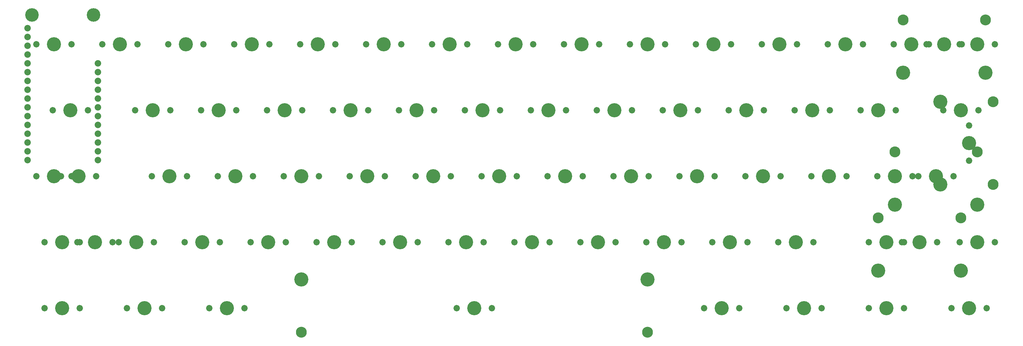
<source format=gbr>
%TF.GenerationSoftware,KiCad,Pcbnew,(5.1.6)-1*%
%TF.CreationDate,2020-11-16T00:09:50-08:00*%
%TF.ProjectId,Wireless-Keyboard,57697265-6c65-4737-932d-4b6579626f61,rev?*%
%TF.SameCoordinates,Original*%
%TF.FileFunction,Soldermask,Top*%
%TF.FilePolarity,Negative*%
%FSLAX46Y46*%
G04 Gerber Fmt 4.6, Leading zero omitted, Abs format (unit mm)*
G04 Created by KiCad (PCBNEW (5.1.6)-1) date 2020-11-16 00:09:50*
%MOMM*%
%LPD*%
G01*
G04 APERTURE LIST*
%ADD10C,3.910000*%
%ADD11C,1.878000*%
%ADD12C,4.087800*%
%ADD13C,1.850000*%
%ADD14C,3.148000*%
G04 APERTURE END LIST*
D10*
%TO.C,MS1*%
X43540000Y-101540000D03*
X61320000Y-101540000D03*
D11*
X62590000Y-115510000D03*
X62590000Y-118050000D03*
X62590000Y-120590000D03*
X62590000Y-123130000D03*
X62590000Y-125670000D03*
X62590000Y-128210000D03*
X62590000Y-130750000D03*
X62590000Y-133290000D03*
X62590000Y-135830000D03*
X62590000Y-138370000D03*
X62590000Y-140910000D03*
X62590000Y-143450000D03*
X42270000Y-143450000D03*
X42270000Y-140910000D03*
X42270000Y-138370000D03*
X42270000Y-135830000D03*
X42270000Y-133290000D03*
X42270000Y-130750000D03*
X42270000Y-128210000D03*
X42270000Y-125670000D03*
X42270000Y-123130000D03*
X42270000Y-120590000D03*
X42270000Y-118050000D03*
X42270000Y-115510000D03*
X42270000Y-112970000D03*
X42270000Y-110430000D03*
X42270000Y-107890000D03*
X42270000Y-105350000D03*
%TD*%
D12*
%TO.C,MX66*%
X171300000Y-186200000D03*
D13*
X166220000Y-186200000D03*
X176380000Y-186200000D03*
D14*
X121300100Y-193185000D03*
X221299900Y-193185000D03*
D12*
X121300100Y-177945000D03*
X221299900Y-177945000D03*
%TD*%
%TO.C,MX69*%
X290362500Y-186200000D03*
D13*
X285282500Y-186200000D03*
X295442500Y-186200000D03*
%TD*%
D12*
%TO.C,MX48*%
X61762500Y-167150000D03*
D13*
X56682500Y-167150000D03*
X66842500Y-167150000D03*
%TD*%
D12*
%TO.C,MX17*%
X54618750Y-129050000D03*
D13*
X49538750Y-129050000D03*
X59698750Y-129050000D03*
%TD*%
D12*
%TO.C,MX31*%
X49856250Y-148100000D03*
D13*
X44776250Y-148100000D03*
X54936250Y-148100000D03*
%TD*%
D12*
%TO.C,MX45*%
X304650000Y-148100000D03*
D13*
X299570000Y-148100000D03*
X309730000Y-148100000D03*
D14*
X292743750Y-141115000D03*
X316556250Y-141115000D03*
D12*
X292743750Y-156355000D03*
X316556250Y-156355000D03*
%TD*%
%TO.C,MX44*%
X292743750Y-148100000D03*
D13*
X287663750Y-148100000D03*
X297823750Y-148100000D03*
%TD*%
D12*
%TO.C,MX70*%
X314175000Y-186200000D03*
D13*
X309095000Y-186200000D03*
X319255000Y-186200000D03*
%TD*%
D12*
%TO.C,MX68*%
X266550000Y-186200000D03*
D13*
X261470000Y-186200000D03*
X271630000Y-186200000D03*
%TD*%
D12*
%TO.C,MX67*%
X242737500Y-186200000D03*
D13*
X237657500Y-186200000D03*
X247817500Y-186200000D03*
%TD*%
D12*
%TO.C,MX65*%
X99862500Y-186200000D03*
D13*
X94782500Y-186200000D03*
X104942500Y-186200000D03*
%TD*%
D12*
%TO.C,MX64*%
X76050000Y-186200000D03*
D13*
X70970000Y-186200000D03*
X81130000Y-186200000D03*
%TD*%
D12*
%TO.C,MX63*%
X52237500Y-186200000D03*
D13*
X47157500Y-186200000D03*
X57317500Y-186200000D03*
%TD*%
D12*
%TO.C,MX62*%
X316556250Y-167150000D03*
D13*
X311476250Y-167150000D03*
X321636250Y-167150000D03*
%TD*%
D12*
%TO.C,MX61*%
X290362500Y-167150000D03*
D13*
X285282500Y-167150000D03*
X295442500Y-167150000D03*
%TD*%
D12*
%TO.C,MX60*%
X299887500Y-167150000D03*
D13*
X294807500Y-167150000D03*
X304967500Y-167150000D03*
D14*
X287981250Y-160165000D03*
X311793750Y-160165000D03*
D12*
X287981250Y-175405000D03*
X311793750Y-175405000D03*
%TD*%
%TO.C,MX59*%
X264168750Y-167150000D03*
D13*
X259088750Y-167150000D03*
X269248750Y-167150000D03*
%TD*%
D12*
%TO.C,MX58*%
X245118750Y-167150000D03*
D13*
X240038750Y-167150000D03*
X250198750Y-167150000D03*
%TD*%
D12*
%TO.C,MX57*%
X226068750Y-167150000D03*
D13*
X220988750Y-167150000D03*
X231148750Y-167150000D03*
%TD*%
D12*
%TO.C,MX56*%
X207018750Y-167150000D03*
D13*
X201938750Y-167150000D03*
X212098750Y-167150000D03*
%TD*%
D12*
%TO.C,MX55*%
X187968750Y-167150000D03*
D13*
X182888750Y-167150000D03*
X193048750Y-167150000D03*
%TD*%
D12*
%TO.C,MX54*%
X168918750Y-167150000D03*
D13*
X163838750Y-167150000D03*
X173998750Y-167150000D03*
%TD*%
D12*
%TO.C,MX53*%
X149868750Y-167150000D03*
D13*
X144788750Y-167150000D03*
X154948750Y-167150000D03*
%TD*%
D12*
%TO.C,MX52*%
X130818750Y-167150000D03*
D13*
X125738750Y-167150000D03*
X135898750Y-167150000D03*
%TD*%
D12*
%TO.C,MX51*%
X111768750Y-167150000D03*
D13*
X106688750Y-167150000D03*
X116848750Y-167150000D03*
%TD*%
D12*
%TO.C,MX50*%
X92718750Y-167150000D03*
D13*
X87638750Y-167150000D03*
X97798750Y-167150000D03*
%TD*%
D12*
%TO.C,MX49*%
X73668750Y-167150000D03*
D13*
X68588750Y-167150000D03*
X78748750Y-167150000D03*
%TD*%
D12*
%TO.C,MX47*%
X52237500Y-167150000D03*
D13*
X47157500Y-167150000D03*
X57317500Y-167150000D03*
%TD*%
D12*
%TO.C,MX46*%
X305920000Y-126637000D03*
X305920000Y-150513000D03*
D14*
X321160000Y-126637000D03*
X321160000Y-150513000D03*
D13*
X314175000Y-143655000D03*
X314175000Y-133495000D03*
D12*
X314175000Y-138575000D03*
%TD*%
%TO.C,MX43*%
X273693750Y-148100000D03*
D13*
X268613750Y-148100000D03*
X278773750Y-148100000D03*
%TD*%
D12*
%TO.C,MX42*%
X254643750Y-148100000D03*
D13*
X249563750Y-148100000D03*
X259723750Y-148100000D03*
%TD*%
D12*
%TO.C,MX41*%
X235593750Y-148100000D03*
D13*
X230513750Y-148100000D03*
X240673750Y-148100000D03*
%TD*%
D12*
%TO.C,MX40*%
X216543750Y-148100000D03*
D13*
X211463750Y-148100000D03*
X221623750Y-148100000D03*
%TD*%
D12*
%TO.C,MX39*%
X197493750Y-148100000D03*
D13*
X192413750Y-148100000D03*
X202573750Y-148100000D03*
%TD*%
D12*
%TO.C,MX38*%
X178443750Y-148100000D03*
D13*
X173363750Y-148100000D03*
X183523750Y-148100000D03*
%TD*%
D12*
%TO.C,MX37*%
X159393750Y-148100000D03*
D13*
X154313750Y-148100000D03*
X164473750Y-148100000D03*
%TD*%
D12*
%TO.C,MX36*%
X140343750Y-148100000D03*
D13*
X135263750Y-148100000D03*
X145423750Y-148100000D03*
%TD*%
D12*
%TO.C,MX35*%
X121293750Y-148100000D03*
D13*
X116213750Y-148100000D03*
X126373750Y-148100000D03*
%TD*%
D12*
%TO.C,MX34*%
X102243750Y-148100000D03*
D13*
X97163750Y-148100000D03*
X107323750Y-148100000D03*
%TD*%
D12*
%TO.C,MX33*%
X83193750Y-148100000D03*
D13*
X78113750Y-148100000D03*
X88273750Y-148100000D03*
%TD*%
D12*
%TO.C,MX32*%
X57000000Y-148100000D03*
D13*
X51920000Y-148100000D03*
X62080000Y-148100000D03*
%TD*%
D12*
%TO.C,MX30*%
X311793750Y-129050000D03*
D13*
X306713750Y-129050000D03*
X316873750Y-129050000D03*
%TD*%
D12*
%TO.C,MX29*%
X287981250Y-129050000D03*
D13*
X282901250Y-129050000D03*
X293061250Y-129050000D03*
%TD*%
D12*
%TO.C,MX28*%
X268931250Y-129050000D03*
D13*
X263851250Y-129050000D03*
X274011250Y-129050000D03*
%TD*%
D12*
%TO.C,MX27*%
X249881250Y-129050000D03*
D13*
X244801250Y-129050000D03*
X254961250Y-129050000D03*
%TD*%
D12*
%TO.C,MX26*%
X230831250Y-129050000D03*
D13*
X225751250Y-129050000D03*
X235911250Y-129050000D03*
%TD*%
D12*
%TO.C,MX25*%
X211781250Y-129050000D03*
D13*
X206701250Y-129050000D03*
X216861250Y-129050000D03*
%TD*%
D12*
%TO.C,MX24*%
X192731250Y-129050000D03*
D13*
X187651250Y-129050000D03*
X197811250Y-129050000D03*
%TD*%
D12*
%TO.C,MX23*%
X173681250Y-129050000D03*
D13*
X168601250Y-129050000D03*
X178761250Y-129050000D03*
%TD*%
D12*
%TO.C,MX22*%
X154631250Y-129050000D03*
D13*
X149551250Y-129050000D03*
X159711250Y-129050000D03*
%TD*%
D12*
%TO.C,MX21*%
X135581250Y-129050000D03*
D13*
X130501250Y-129050000D03*
X140661250Y-129050000D03*
%TD*%
D12*
%TO.C,MX20*%
X116531250Y-129050000D03*
D13*
X111451250Y-129050000D03*
X121611250Y-129050000D03*
%TD*%
D12*
%TO.C,MX19*%
X97481250Y-129050000D03*
D13*
X92401250Y-129050000D03*
X102561250Y-129050000D03*
%TD*%
D12*
%TO.C,MX18*%
X78431250Y-129050000D03*
D13*
X73351250Y-129050000D03*
X83511250Y-129050000D03*
%TD*%
D12*
%TO.C,MX16*%
X316556250Y-110000000D03*
D13*
X311476250Y-110000000D03*
X321636250Y-110000000D03*
%TD*%
D12*
%TO.C,MX15*%
X297506250Y-110000000D03*
D13*
X292426250Y-110000000D03*
X302586250Y-110000000D03*
%TD*%
D12*
%TO.C,MX14*%
X307031250Y-110000000D03*
D13*
X301951250Y-110000000D03*
X312111250Y-110000000D03*
D14*
X295125000Y-103015000D03*
X318937500Y-103015000D03*
D12*
X295125000Y-118255000D03*
X318937500Y-118255000D03*
%TD*%
%TO.C,MX13*%
X278456250Y-110000000D03*
D13*
X273376250Y-110000000D03*
X283536250Y-110000000D03*
%TD*%
D12*
%TO.C,MX12*%
X259406250Y-110000000D03*
D13*
X254326250Y-110000000D03*
X264486250Y-110000000D03*
%TD*%
D12*
%TO.C,MX11*%
X240356250Y-110000000D03*
D13*
X235276250Y-110000000D03*
X245436250Y-110000000D03*
%TD*%
D12*
%TO.C,MX10*%
X221306250Y-110000000D03*
D13*
X216226250Y-110000000D03*
X226386250Y-110000000D03*
%TD*%
D12*
%TO.C,MX9*%
X202256250Y-110000000D03*
D13*
X197176250Y-110000000D03*
X207336250Y-110000000D03*
%TD*%
D12*
%TO.C,MX8*%
X183206250Y-110000000D03*
D13*
X178126250Y-110000000D03*
X188286250Y-110000000D03*
%TD*%
D12*
%TO.C,MX7*%
X164156250Y-110000000D03*
D13*
X159076250Y-110000000D03*
X169236250Y-110000000D03*
%TD*%
D12*
%TO.C,MX6*%
X145106250Y-110000000D03*
D13*
X140026250Y-110000000D03*
X150186250Y-110000000D03*
%TD*%
D12*
%TO.C,MX5*%
X126056250Y-110000000D03*
D13*
X120976250Y-110000000D03*
X131136250Y-110000000D03*
%TD*%
D12*
%TO.C,MX4*%
X107006250Y-110000000D03*
D13*
X101926250Y-110000000D03*
X112086250Y-110000000D03*
%TD*%
D12*
%TO.C,MX3*%
X87956250Y-110000000D03*
D13*
X82876250Y-110000000D03*
X93036250Y-110000000D03*
%TD*%
D12*
%TO.C,MX2*%
X68906250Y-110000000D03*
D13*
X63826250Y-110000000D03*
X73986250Y-110000000D03*
%TD*%
D12*
%TO.C,MX1*%
X49856250Y-110000000D03*
D13*
X44776250Y-110000000D03*
X54936250Y-110000000D03*
%TD*%
M02*

</source>
